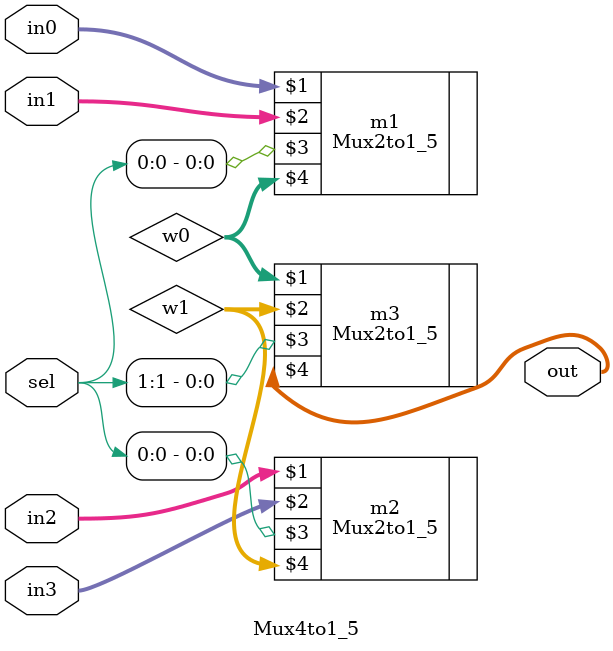
<source format=v>
module Mux4to1_5(
   input [4:0]in0,
   input [4:0]in1,
   input [4:0]in2,
   input [4:0]in3,
	input [1:0]sel, // select
	output [4:0]out);
	
	wire [4:0]w0, w1;
	
	Mux2to1_5 m1(in0, in1, sel[0], w0);
	Mux2to1_5 m2(in2, in3, sel[0], w1);
	Mux2to1_5 m3(w0, w1, sel[1], out);


endmodule

</source>
